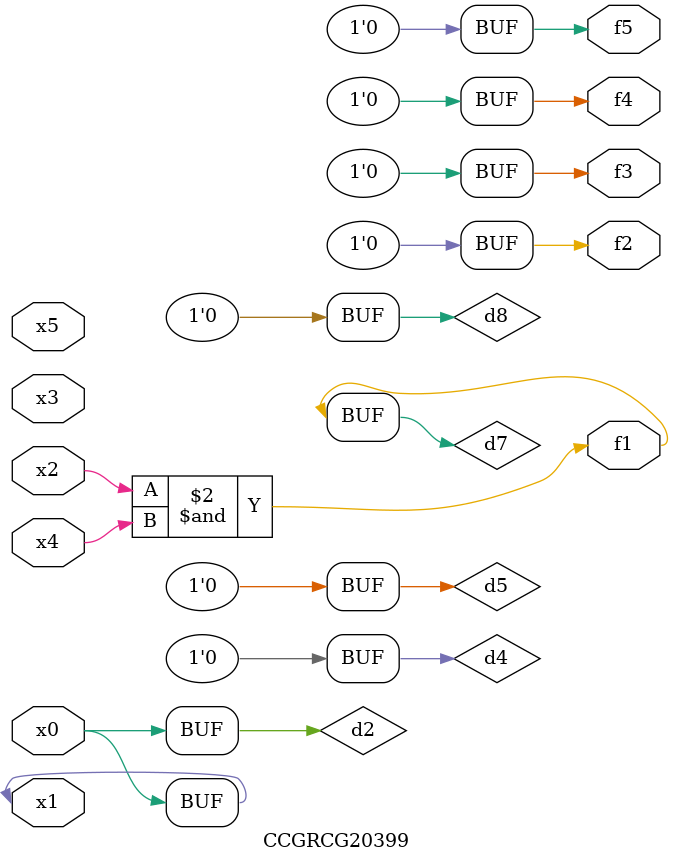
<source format=v>
module CCGRCG20399(
	input x0, x1, x2, x3, x4, x5,
	output f1, f2, f3, f4, f5
);

	wire d1, d2, d3, d4, d5, d6, d7, d8, d9;

	nand (d1, x1);
	buf (d2, x0, x1);
	nand (d3, x2, x4);
	and (d4, d1, d2);
	and (d5, d1, d2);
	nand (d6, d1, d3);
	not (d7, d3);
	xor (d8, d5);
	nor (d9, d5, d6);
	assign f1 = d7;
	assign f2 = d8;
	assign f3 = d8;
	assign f4 = d8;
	assign f5 = d8;
endmodule

</source>
